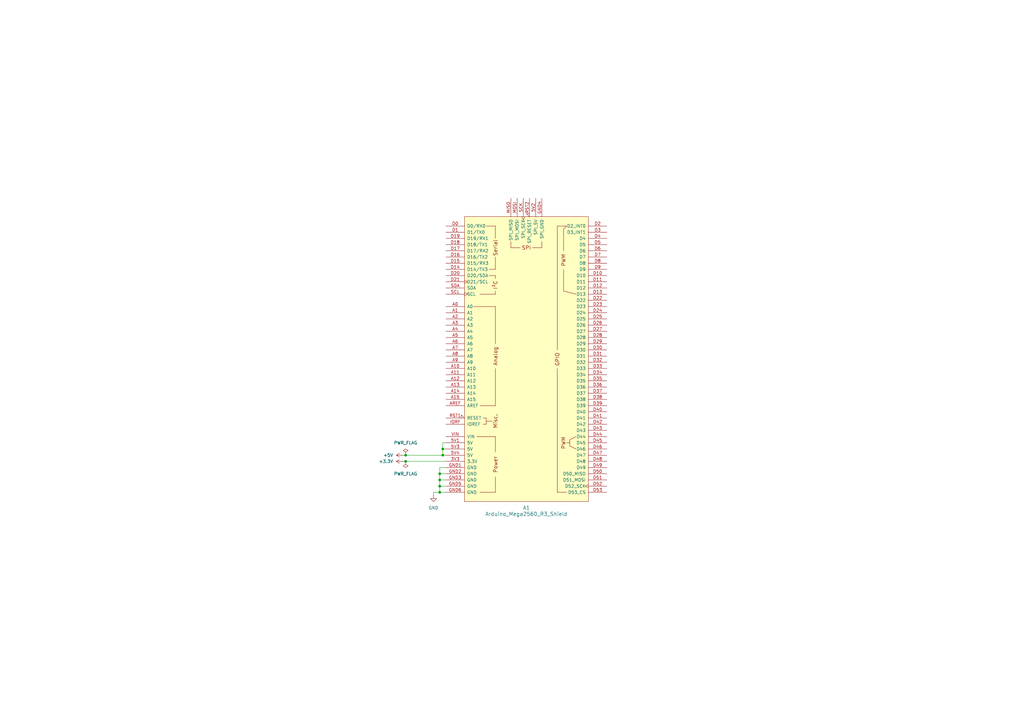
<source format=kicad_sch>
(kicad_sch (version 20250114) (generator "eeschema") (generator_version "9.0")
  (paper "A3")
  (title_block (title "Mega Shield") (date "2025-04-15") (rev "0.1.0") (company "Homewood Creations"))
  (lib_symbols
    (symbol "PCM_arduino-library:Arduino_Mega2560_R3_Shield" (pin_names (offset 1.016))
      (property "Reference" "A" (at 0 -62.23 0))
      (property "Value" "Arduino_Mega2560_R3_Shield" (at 0 -66.04 0))
      (symbol "Arduino_Mega2560_R3_Shield_0_0"
        (rectangle (start -25.4 -58.42) (end 25.4 58.42) (fill (type background)))
        (polyline (pts (xy -21.59 21.59) (xy -12.7 21.59)))
        (rectangle (start -20.32 -31.75) (end -12.7 -31.75))
        (rectangle (start -19.05 26.67) (end -12.7 26.67))
        (rectangle (start -19.05 -19.05) (end -12.7 -19.05))
        (rectangle (start -19.05 -54.61) (end -12.7 -54.61))
        (rectangle (start -17.78 -24.13) (end -16.51 -24.13))
        (rectangle (start -17.78 -26.67) (end -16.51 -26.67))
        (rectangle (start -16.51 54.61) (end -12.7 54.61))
        (rectangle (start -16.51 -24.13) (end -16.51 -26.67))
        (rectangle (start -16.51 -25.4) (end -13.97 -25.4))
        (rectangle (start -15.24 36.83) (end -12.7 36.83))
        (rectangle (start -15.24 34.29) (end -12.7 34.29))
        (rectangle (start -12.7 49.53) (end -12.7 54.61))
        (rectangle (start -12.7 41.91) (end -12.7 36.83))
        (rectangle (start -12.7 34.29) (end -12.7 33.02))
        (rectangle (start -12.7 26.67) (end -12.7 27.94))
        (polyline (pts (xy -12.7 6.35) (xy -12.7 21.59)))
        (polyline (pts (xy -12.7 -19.05) (xy -12.7 -3.81)))
        (rectangle (start -12.7 -31.75) (end -12.7 -38.1))
        (rectangle (start -12.7 -54.61) (end -12.7 -48.26))
        (rectangle (start -6.35 48.26) (end -6.35 45.72))
        (rectangle (start -2.54 45.72) (end -6.35 45.72))
        (rectangle (start 6.35 48.26) (end 6.35 45.72))
        (rectangle (start 6.35 45.72) (end 2.54 45.72))
        (polyline (pts (xy 12.7 54.61) (xy 16.51 54.61)))
        (polyline (pts (xy 12.7 -54.61) (xy 16.51 -54.61)))
        (polyline (pts (xy 15.24 44.45) (xy 15.24 53.34) (xy 16.51 54.61)))
        (polyline (pts (xy 15.24 36.83) (xy 15.24 27.94) (xy 20.32 26.67)))
        (polyline (pts (xy 17.78 -34.29) (xy 16.51 -34.29)))
        (polyline (pts (xy 20.32 -31.75) (xy 17.78 -33.02) (xy 17.78 -35.56) (xy 20.32 -36.83)))
        (text "Serial" (at -12.7 45.72 900) (effects (font (size 1.524 1.524))))
        (text "I²C" (at -12.7 30.48 900) (effects (font (size 1.524 1.524))))
        (text "Analog" (at -12.7 1.27 900) (effects (font (size 1.524 1.524))))
        (text "Misc." (at -12.7 -25.4 900) (effects (font (size 1.524 1.524))))
        (text "Power" (at -12.7 -43.18 900) (effects (font (size 1.524 1.524))))
        (text "SPI" (at 0 45.72 0) (effects (font (size 1.524 1.524))))
        (text "PWM" (at 15.24 40.64 900) (effects (font (size 1.524 1.524))))
        (text "PWM" (at 15.24 -34.29 900) (effects (font (size 1.524 1.524))))
      )
      (symbol "Arduino_Mega2560_R3_Shield_1_0"
        (rectangle (start 12.7 54.61) (end 12.7 3.81))
        (rectangle (start 12.7 -54.61) (end 12.7 -3.81))
        (text "GPIO" (at 12.7 0 900) (effects (font (size 1.524 1.524))))
      )
      (symbol "Arduino_Mega2560_R3_Shield_1_1"
        (pin bidirectional line (at -33.02 54.61 0) (length 7.62) (name "D0/RX0") (number "D0"))
        (pin bidirectional line (at -33.02 52.07 0) (length 7.62) (name "D1/TX0") (number "D1"))
        (pin bidirectional line (at -33.02 49.53 0) (length 7.62) (name "D19/RX1") (number "D19"))
        (pin bidirectional line (at -33.02 46.99 0) (length 7.62) (name "D18/TX1") (number "D18"))
        (pin bidirectional line (at -33.02 44.45 0) (length 7.62) (name "D17/RX2") (number "D17"))
        (pin bidirectional line (at -33.02 41.91 0) (length 7.62) (name "D16/TX2") (number "D16"))
        (pin bidirectional line (at -33.02 39.37 0) (length 7.62) (name "D15/RX3") (number "D15"))
        (pin bidirectional line (at -33.02 36.83 0) (length 7.62) (name "D14/TX3") (number "D14"))
        (pin bidirectional line (at -33.02 34.29 0) (length 7.62) (name "D20/SDA") (number "D20"))
        (pin bidirectional clock (at -33.02 31.75 0) (length 7.62) (name "D21/SCL") (number "D21"))
        (pin bidirectional line (at -33.02 29.21 0) (length 7.62) (name "SDA") (number "SDA"))
        (pin bidirectional clock (at -33.02 26.67 0) (length 7.62) (name "SCL") (number "SCL"))
        (pin bidirectional line (at -33.02 21.59 0) (length 7.62) (name "A0") (number "A0"))
        (pin bidirectional line (at -33.02 19.05 0) (length 7.62) (name "A1") (number "A1"))
        (pin bidirectional line (at -33.02 16.51 0) (length 7.62) (name "A2") (number "A2"))
        (pin bidirectional line (at -33.02 13.97 0) (length 7.62) (name "A3") (number "A3"))
        (pin bidirectional line (at -33.02 11.43 0) (length 7.62) (name "A4") (number "A4"))
        (pin bidirectional line (at -33.02 8.89 0) (length 7.62) (name "A5") (number "A5"))
        (pin bidirectional line (at -33.02 6.35 0) (length 7.62) (name "A6") (number "A6"))
        (pin bidirectional line (at -33.02 3.81 0) (length 7.62) (name "A7") (number "A7"))
        (pin bidirectional line (at -33.02 1.27 0) (length 7.62) (name "A8") (number "A8"))
        (pin bidirectional line (at -33.02 -1.27 0) (length 7.62) (name "A9") (number "A9"))
        (pin bidirectional line (at -33.02 -3.81 0) (length 7.62) (name "A10") (number "A10"))
        (pin bidirectional line (at -33.02 -6.35 0) (length 7.62) (name "A11") (number "A11"))
        (pin bidirectional line (at -33.02 -8.89 0) (length 7.62) (name "A12") (number "A12"))
        (pin bidirectional line (at -33.02 -11.43 0) (length 7.62) (name "A13") (number "A13"))
        (pin bidirectional line (at -33.02 -13.97 0) (length 7.62) (name "A14") (number "A14"))
        (pin bidirectional line (at -33.02 -16.51 0) (length 7.62) (name "A15") (number "A15"))
        (pin input line (at -33.02 -19.05 0) (length 7.62) (name "AREF") (number "AREF"))
        (pin open_collector input_low (at -33.02 -24.13 0) (length 7.62) (name "RESET") (number "RST1"))
        (pin output line (at -33.02 -26.67 0) (length 7.62) (name "IOREF") (number "IORF"))
        (pin power_in line (at -33.02 -31.75 0) (length 7.62) (name "VIN") (number "VIN"))
        (pin power_in line (at -33.02 -34.29 0) (length 7.62) (name "5V") (number "5V1"))
        (pin power_in line (at -33.02 -36.83 0) (length 7.62) (name "5V") (number "5V3"))
        (pin power_in line (at -33.02 -39.37 0) (length 7.62) (name "5V") (number "5V4"))
        (pin power_out line (at -33.02 -41.91 0) (length 7.62) (name "3.3V") (number "3V3"))
        (pin power_in line (at -33.02 -44.45 0) (length 7.62) (name "GND") (number "GND1"))
        (pin power_in line (at -33.02 -46.99 0) (length 7.62) (name "GND") (number "GND2"))
        (pin power_in line (at -33.02 -49.53 0) (length 7.62) (name "GND") (number "GND3"))
        (pin power_in line (at -33.02 -52.07 0) (length 7.62) (name "GND") (number "GND5"))
        (pin power_in line (at -33.02 -54.61 0) (length 7.62) (name "GND") (number "GND6"))
        (pin input line (at -6.35 66.04 270) (length 7.62) (name "SPI_MISO") (number "MISO"))
        (pin output line (at -3.81 66.04 270) (length 7.62) (name "SPI_MOSI") (number "MOSI"))
        (pin output clock (at -1.27 66.04 270) (length 7.62) (name "SPI_SCK") (number "SCK"))
        (pin open_collector input_low (at 1.27 66.04 270) (length 7.62) (name "SPI_RESET") (number "RST2"))
        (pin power_in line (at 3.81 66.04 270) (length 7.62) (name "SPI_5V") (number "5V2"))
        (pin power_in line (at 6.35 66.04 270) (length 7.62) (name "SPI_GND") (number "GND4"))
        (pin bidirectional line (at 33.02 54.61 180) (length 7.62) (name "D2_INT0") (number "D2"))
        (pin bidirectional line (at 33.02 52.07 180) (length 7.62) (name "D3_INT1") (number "D3"))
        (pin bidirectional line (at 33.02 49.53 180) (length 7.62) (name "D4") (number "D4"))
        (pin bidirectional line (at 33.02 46.99 180) (length 7.62) (name "D5") (number "D5"))
        (pin bidirectional line (at 33.02 44.45 180) (length 7.62) (name "D6") (number "D6"))
        (pin bidirectional line (at 33.02 41.91 180) (length 7.62) (name "D7") (number "D7"))
        (pin bidirectional line (at 33.02 39.37 180) (length 7.62) (name "D8") (number "D8"))
        (pin bidirectional line (at 33.02 36.83 180) (length 7.62) (name "D9") (number "D9"))
        (pin bidirectional line (at 33.02 34.29 180) (length 7.62) (name "D10") (number "D10"))
        (pin bidirectional line (at 33.02 31.75 180) (length 7.62) (name "D11") (number "D11"))
        (pin bidirectional line (at 33.02 29.21 180) (length 7.62) (name "D12") (number "D12"))
        (pin bidirectional line (at 33.02 26.67 180) (length 7.62) (name "D13") (number "D13"))
        (pin bidirectional line (at 33.02 24.13 180) (length 7.62) (name "D22") (number "D22"))
        (pin bidirectional line (at 33.02 21.59 180) (length 7.62) (name "D23") (number "D23"))
        (pin bidirectional line (at 33.02 19.05 180) (length 7.62) (name "D24") (number "D24"))
        (pin bidirectional line (at 33.02 16.51 180) (length 7.62) (name "D25") (number "D25"))
        (pin bidirectional line (at 33.02 13.97 180) (length 7.62) (name "D26") (number "D26"))
        (pin bidirectional line (at 33.02 11.43 180) (length 7.62) (name "D27") (number "D27"))
        (pin bidirectional line (at 33.02 8.89 180) (length 7.62) (name "D28") (number "D28"))
        (pin bidirectional line (at 33.02 6.35 180) (length 7.62) (name "D29") (number "D29"))
        (pin bidirectional line (at 33.02 3.81 180) (length 7.62) (name "D30") (number "D30"))
        (pin bidirectional line (at 33.02 1.27 180) (length 7.62) (name "D31") (number "D31"))
        (pin bidirectional line (at 33.02 -1.27 180) (length 7.62) (name "D32") (number "D32"))
        (pin bidirectional line (at 33.02 -3.81 180) (length 7.62) (name "D33") (number "D33"))
        (pin bidirectional line (at 33.02 -6.35 180) (length 7.62) (name "D34") (number "D34"))
        (pin bidirectional line (at 33.02 -8.89 180) (length 7.62) (name "D35") (number "D35"))
        (pin bidirectional line (at 33.02 -11.43 180) (length 7.62) (name "D36") (number "D36"))
        (pin bidirectional line (at 33.02 -13.97 180) (length 7.62) (name "D37") (number "D37"))
        (pin bidirectional line (at 33.02 -16.51 180) (length 7.62) (name "D38") (number "D38"))
        (pin bidirectional line (at 33.02 -19.05 180) (length 7.62) (name "D39") (number "D39"))
        (pin bidirectional line (at 33.02 -21.59 180) (length 7.62) (name "D40") (number "D40"))
        (pin bidirectional line (at 33.02 -24.13 180) (length 7.62) (name "D41") (number "D41"))
        (pin bidirectional line (at 33.02 -26.67 180) (length 7.62) (name "D42") (number "D42"))
        (pin bidirectional line (at 33.02 -29.21 180) (length 7.62) (name "D43") (number "D43"))
        (pin bidirectional line (at 33.02 -31.75 180) (length 7.62) (name "D44") (number "D44"))
        (pin bidirectional line (at 33.02 -34.29 180) (length 7.62) (name "D45") (number "D45"))
        (pin bidirectional line (at 33.02 -36.83 180) (length 7.62) (name "D46") (number "D46"))
        (pin bidirectional line (at 33.02 -39.37 180) (length 7.62) (name "D47") (number "D47"))
        (pin bidirectional line (at 33.02 -41.91 180) (length 7.62) (name "D48") (number "D48"))
        (pin bidirectional line (at 33.02 -44.45 180) (length 7.62) (name "D49") (number "D49"))
        (pin bidirectional line (at 33.02 -46.99 180) (length 7.62) (name "D50_MISO") (number "D50"))
        (pin bidirectional line (at 33.02 -49.53 180) (length 7.62) (name "D51_MOSI") (number "D51"))
        (pin bidirectional clock (at 33.02 -52.07 180) (length 7.62) (name "D52_SCK") (number "D52"))
        (pin bidirectional line (at 33.02 -54.61 180) (length 7.62) (name "D53_CS") (number "D53"))
      )
    )
    (symbol "power:+3.3V" (power) (pin_numbers (hide yes)) (pin_names (offset 0) (hide yes))
      (property "Value" "+3.3V" (at 0 3.556 0))
      (symbol "+3.3V_0_1"
        (polyline (pts (xy -0.762 1.27) (xy 0 2.54)))
        (polyline (pts (xy 0 2.54) (xy 0.762 1.27)))
        (polyline (pts (xy 0 0) (xy 0 2.54)))
      )
      (symbol "+3.3V_1_1"
        (pin power_in line (at 0 0 90) (length 0) (name "~") (number "1"))
      )
    )
    (symbol "power:+5V" (power) (pin_numbers (hide yes)) (pin_names (offset 0) (hide yes))
      (property "Value" "+5V" (at 0 3.556 0))
      (symbol "+5V_0_1"
        (polyline (pts (xy -0.762 1.27) (xy 0 2.54)))
        (polyline (pts (xy 0 2.54) (xy 0.762 1.27)))
        (polyline (pts (xy 0 0) (xy 0 2.54)))
      )
      (symbol "+5V_1_1"
        (pin power_in line (at 0 0 90) (length 0) (name "~") (number "1"))
      )
    )
    (symbol "power:GND" (power) (pin_numbers (hide yes)) (pin_names (offset 0) (hide yes))
      (property "Value" "GND" (at 0 -3.81 0))
      (symbol "GND_0_1"
        (polyline (pts (xy 0 0) (xy 0 -1.27) (xy 1.27 -1.27) (xy 0 -2.54) (xy -1.27 -1.27) (xy 0 -1.27)))
      )
      (symbol "GND_1_1"
        (pin power_in line (at 0 0 270) (length 0) (name "~") (number "1"))
      )
    )
    (symbol "power:PWR_FLAG" (power) (pin_numbers (hide yes)) (pin_names (offset 0) (hide yes))
      (property "Value" "PWR_FLAG" (at 0 3.81 0))
      (symbol "PWR_FLAG_0_0"
        (pin power_out line (at 0 0 90) (length 0) (name "~") (number "1"))
      )
      (symbol "PWR_FLAG_0_1"
        (polyline (pts (xy 0 0) (xy 0 1.27) (xy -1.016 1.905) (xy 0 2.54) (xy 1.016 1.905) (xy 0 1.27)))
      )
    )
  )
  (junction (at 181.61 186.69))
  (junction (at 180.34 196.85))
  (junction (at 180.34 199.39))
  (junction (at 180.34 194.31))
  (junction (at 181.61 184.15))
  (junction (at 180.34 201.93))
  (junction (at 166.37 189.23))
  (junction (at 166.37 186.69))
  (wire (pts (xy 180.34 201.93) (xy 177.8 201.93)))
  (wire (pts (xy 177.8 201.93) (xy 177.8 203.2)))
  (wire (pts (xy 182.88 184.15) (xy 181.61 184.15)))
  (wire (pts (xy 182.88 199.39) (xy 180.34 199.39)))
  (wire (pts (xy 182.88 201.93) (xy 180.34 201.93)))
  (wire (pts (xy 166.37 189.23) (xy 182.88 189.23)))
  (wire (pts (xy 165.1 186.69) (xy 166.37 186.69)))
  (wire (pts (xy 182.88 194.31) (xy 180.34 194.31)))
  (wire (pts (xy 182.88 191.77) (xy 180.34 191.77)))
  (wire (pts (xy 181.61 184.15) (xy 181.61 186.69)))
  (wire (pts (xy 180.34 199.39) (xy 180.34 201.93)))
  (wire (pts (xy 165.1 189.23) (xy 166.37 189.23)))
  (wire (pts (xy 181.61 181.61) (xy 181.61 184.15)))
  (wire (pts (xy 166.37 186.69) (xy 181.61 186.69)))
  (wire (pts (xy 181.61 186.69) (xy 182.88 186.69)))
  (wire (pts (xy 182.88 181.61) (xy 181.61 181.61)))
  (wire (pts (xy 180.34 194.31) (xy 180.34 196.85)))
  (wire (pts (xy 180.34 191.77) (xy 180.34 194.31)))
  (wire (pts (xy 180.34 196.85) (xy 180.34 199.39)))
  (wire (pts (xy 182.88 196.85) (xy 180.34 196.85)))
  (symbol (lib_id "PCM_arduino-library:Arduino_Mega2560_R3_Shield") (at 215.9 147.32 0) (unit 1)
    (property "Reference" "A1" (at 215.9 208.28 0) (effects (font (size 1.524 1.524))))
    (property "Value" "Arduino_Mega2560_R3_Shield" (at 215.9 210.82 0) (effects (font (size 1.524 1.524))))
    (property "Footprint" "PCM_arduino-library:Arduino_Mega2560_R3_Shield" (effects (hide yes)))
    (property "Datasheet" "https://docs.arduino.cc/hardware/mega-2560" (effects (hide yes)))
    (property "Description" "Shield for Arduino Mega 2560 R3" (effects (hide yes)))
  )
  (symbol (lib_id "power:+3.3V") (at 165.1 189.23 90) (unit 1)
    (property "Reference" "#PWR02" (effects (hide yes)))
    (property "Value" "+3.3V" (at 161.29 189.2299 90) (effects (justify left)))
    (property "Description" "Power symbol creates a global label with name \"+3.3V\"" (effects (hide yes)))
  )
  (symbol (lib_id "power:PWR_FLAG") (at 166.37 189.23 180) (unit 1)
    (property "Reference" "#FLG02" (effects (hide yes)))
    (property "Value" "PWR_FLAG" (at 166.37 194.31 0))
    (property "Description" "Special symbol for telling ERC where power comes from" (effects (hide yes)))
  )
  (symbol (lib_id "power:+5V") (at 165.1 186.69 90) (unit 1)
    (property "Reference" "#PWR03" (effects (hide yes)))
    (property "Value" "+5V" (at 161.29 186.6899 90) (effects (justify left)))
    (property "Description" "Power symbol creates a global label with name \"+5V\"" (effects (hide yes)))
  )
  (symbol (lib_id "power:GND") (at 177.8 203.2 0) (unit 1)
    (property "Reference" "#PWR01" (effects (hide yes)))
    (property "Value" "GND" (at 177.8 208.28 0))
    (property "Description" "Power symbol creates a global label with name \"GND\" , ground" (effects (hide yes)))
  )
  (symbol (lib_id "power:PWR_FLAG") (at 166.37 186.69 0) (unit 1)
    (property "Reference" "#FLG01" (effects (hide yes)))
    (property "Value" "PWR_FLAG" (at 166.37 181.61 0))
    (property "Description" "Special symbol for telling ERC where power comes from" (effects (hide yes)))
  )
)
</source>
